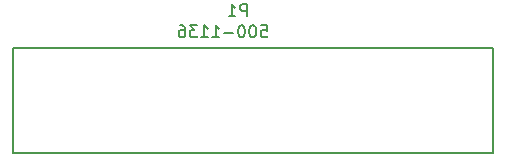
<source format=gbr>
G04 #@! TF.GenerationSoftware,KiCad,Pcbnew,(5.0.1)-3*
G04 #@! TF.CreationDate,2018-11-05T22:32:35-08:00*
G04 #@! TF.ProjectId,500-1136,3530302D313133362E6B696361645F70,rev?*
G04 #@! TF.SameCoordinates,Original*
G04 #@! TF.FileFunction,Legend,Bot*
G04 #@! TF.FilePolarity,Positive*
%FSLAX46Y46*%
G04 Gerber Fmt 4.6, Leading zero omitted, Abs format (unit mm)*
G04 Created by KiCad (PCBNEW (5.0.1)-3) date 11/5/2018 10:32:35 PM*
%MOMM*%
%LPD*%
G01*
G04 APERTURE LIST*
%ADD10C,0.150000*%
G04 APERTURE END LIST*
D10*
G04 #@! TO.C,P1*
X147320000Y-144780000D02*
X180340000Y-144780000D01*
X187960000Y-144780000D02*
X187960000Y-135890000D01*
X180340000Y-135890000D02*
X147955000Y-135890000D01*
X147955000Y-135890000D02*
X147320000Y-135890000D01*
X147320000Y-135890000D02*
X147320000Y-144780000D01*
X147320000Y-144780000D02*
X147955000Y-144780000D01*
X180340000Y-135890000D02*
X187960000Y-135890000D01*
X180340000Y-144780000D02*
X187960000Y-144780000D01*
X167108095Y-133167380D02*
X167108095Y-132167380D01*
X166727142Y-132167380D01*
X166631904Y-132215000D01*
X166584285Y-132262619D01*
X166536666Y-132357857D01*
X166536666Y-132500714D01*
X166584285Y-132595952D01*
X166631904Y-132643571D01*
X166727142Y-132691190D01*
X167108095Y-132691190D01*
X165584285Y-133167380D02*
X166155714Y-133167380D01*
X165870000Y-133167380D02*
X165870000Y-132167380D01*
X165965238Y-132310238D01*
X166060476Y-132405476D01*
X166155714Y-132453095D01*
X168338095Y-133937380D02*
X168814285Y-133937380D01*
X168861904Y-134413571D01*
X168814285Y-134365952D01*
X168719047Y-134318333D01*
X168480952Y-134318333D01*
X168385714Y-134365952D01*
X168338095Y-134413571D01*
X168290476Y-134508809D01*
X168290476Y-134746904D01*
X168338095Y-134842142D01*
X168385714Y-134889761D01*
X168480952Y-134937380D01*
X168719047Y-134937380D01*
X168814285Y-134889761D01*
X168861904Y-134842142D01*
X167671428Y-133937380D02*
X167576190Y-133937380D01*
X167480952Y-133985000D01*
X167433333Y-134032619D01*
X167385714Y-134127857D01*
X167338095Y-134318333D01*
X167338095Y-134556428D01*
X167385714Y-134746904D01*
X167433333Y-134842142D01*
X167480952Y-134889761D01*
X167576190Y-134937380D01*
X167671428Y-134937380D01*
X167766666Y-134889761D01*
X167814285Y-134842142D01*
X167861904Y-134746904D01*
X167909523Y-134556428D01*
X167909523Y-134318333D01*
X167861904Y-134127857D01*
X167814285Y-134032619D01*
X167766666Y-133985000D01*
X167671428Y-133937380D01*
X166719047Y-133937380D02*
X166623809Y-133937380D01*
X166528571Y-133985000D01*
X166480952Y-134032619D01*
X166433333Y-134127857D01*
X166385714Y-134318333D01*
X166385714Y-134556428D01*
X166433333Y-134746904D01*
X166480952Y-134842142D01*
X166528571Y-134889761D01*
X166623809Y-134937380D01*
X166719047Y-134937380D01*
X166814285Y-134889761D01*
X166861904Y-134842142D01*
X166909523Y-134746904D01*
X166957142Y-134556428D01*
X166957142Y-134318333D01*
X166909523Y-134127857D01*
X166861904Y-134032619D01*
X166814285Y-133985000D01*
X166719047Y-133937380D01*
X165957142Y-134556428D02*
X165195238Y-134556428D01*
X164195238Y-134937380D02*
X164766666Y-134937380D01*
X164480952Y-134937380D02*
X164480952Y-133937380D01*
X164576190Y-134080238D01*
X164671428Y-134175476D01*
X164766666Y-134223095D01*
X163242857Y-134937380D02*
X163814285Y-134937380D01*
X163528571Y-134937380D02*
X163528571Y-133937380D01*
X163623809Y-134080238D01*
X163719047Y-134175476D01*
X163814285Y-134223095D01*
X162909523Y-133937380D02*
X162290476Y-133937380D01*
X162623809Y-134318333D01*
X162480952Y-134318333D01*
X162385714Y-134365952D01*
X162338095Y-134413571D01*
X162290476Y-134508809D01*
X162290476Y-134746904D01*
X162338095Y-134842142D01*
X162385714Y-134889761D01*
X162480952Y-134937380D01*
X162766666Y-134937380D01*
X162861904Y-134889761D01*
X162909523Y-134842142D01*
X161433333Y-133937380D02*
X161623809Y-133937380D01*
X161719047Y-133985000D01*
X161766666Y-134032619D01*
X161861904Y-134175476D01*
X161909523Y-134365952D01*
X161909523Y-134746904D01*
X161861904Y-134842142D01*
X161814285Y-134889761D01*
X161719047Y-134937380D01*
X161528571Y-134937380D01*
X161433333Y-134889761D01*
X161385714Y-134842142D01*
X161338095Y-134746904D01*
X161338095Y-134508809D01*
X161385714Y-134413571D01*
X161433333Y-134365952D01*
X161528571Y-134318333D01*
X161719047Y-134318333D01*
X161814285Y-134365952D01*
X161861904Y-134413571D01*
X161909523Y-134508809D01*
G04 #@! TD*
M02*

</source>
